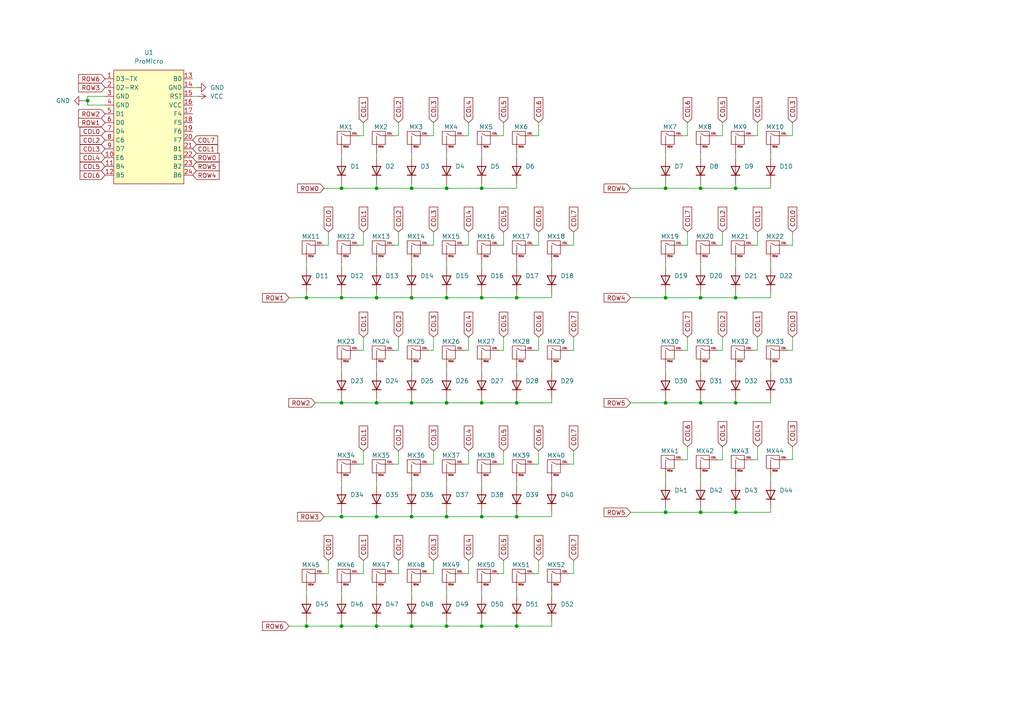
<source format=kicad_sch>
(kicad_sch (version 20230121) (generator eeschema)
  (paper "A4")
  (title_block (date "2023-11-04"))
  (junction (at 109.22 116.84))
  (junction (at 109.22 86.36))
  (junction (at 99.06 116.84))
  (junction (at 119.38 54.61))
  (junction (at 119.38 86.36))
  (junction (at 99.06 54.61))
  (junction (at 88.9 86.36))
  (junction (at 203.2 86.36))
  (junction (at 109.22 149.86))
  (junction (at 149.86 181.61))
  (junction (at 99.06 181.61))
  (junction (at 203.2 54.61))
  (junction (at 193.04 148.59))
  (junction (at 99.06 149.86))
  (junction (at 193.04 116.84))
  (junction (at 213.36 116.84))
  (junction (at 139.7 86.36))
  (junction (at 149.86 116.84))
  (junction (at 99.06 86.36))
  (junction (at 149.86 149.86))
  (junction (at 139.7 149.86))
  (junction (at 129.54 116.84))
  (junction (at 129.54 149.86))
  (junction (at 139.7 54.61))
  (junction (at 139.7 181.61))
  (junction (at 129.54 181.61))
  (junction (at 213.36 148.59))
  (junction (at 213.36 54.61))
  (junction (at 129.54 86.36))
  (junction (at 149.86 86.36))
  (junction (at 109.22 181.61))
  (junction (at 203.2 116.84))
  (junction (at 88.9 181.61))
  (junction (at 139.7 116.84))
  (junction (at 119.38 181.61))
  (junction (at 203.2 148.59))
  (junction (at 25.4 29.21))
  (junction (at 119.38 149.86))
  (junction (at 109.22 54.61))
  (junction (at 193.04 54.61))
  (junction (at 193.04 86.36))
  (junction (at 213.36 86.36))
  (junction (at 129.54 54.61))
  (junction (at 119.38 116.84))
  (wire (pts (xy 125.73 134.62) (xy 125.73 130.81)))
  (wire (pts (xy 182.88 148.59) (xy 193.04 148.59)))
  (wire (pts (xy 213.36 116.84) (xy 223.52 116.84)))
  (wire (pts (xy 109.22 149.86) (xy 119.38 149.86)))
  (wire (pts (xy 213.36 54.61) (xy 223.52 54.61)))
  (wire (pts (xy 119.38 140.97) (xy 119.38 139.7)))
  (wire (pts (xy 91.44 116.84) (xy 99.06 116.84)))
  (wire (pts (xy 223.52 147.32) (xy 223.52 148.59)))
  (wire (pts (xy 109.22 54.61) (xy 119.38 54.61)))
  (wire (pts (xy 119.38 181.61) (xy 129.54 181.61)))
  (wire (pts (xy 115.57 101.6) (xy 115.57 97.79)))
  (wire (pts (xy 129.54 116.84) (xy 139.7 116.84)))
  (wire (pts (xy 134.62 166.37) (xy 135.89 166.37)))
  (wire (pts (xy 146.05 101.6) (xy 146.05 97.79)))
  (wire (pts (xy 129.54 148.59) (xy 129.54 149.86)))
  (wire (pts (xy 203.2 45.72) (xy 203.2 44.45)))
  (wire (pts (xy 135.89 101.6) (xy 135.89 97.79)))
  (wire (pts (xy 109.22 115.57) (xy 109.22 116.84)))
  (wire (pts (xy 149.86 116.84) (xy 160.02 116.84)))
  (wire (pts (xy 105.41 166.37) (xy 105.41 162.56)))
  (wire (pts (xy 119.38 45.72) (xy 119.38 44.45)))
  (wire (pts (xy 219.71 133.35) (xy 219.71 129.54)))
  (wire (pts (xy 57.15 25.4) (xy 55.88 25.4)))
  (wire (pts (xy 160.02 140.97) (xy 160.02 139.7)))
  (wire (pts (xy 165.1 134.62) (xy 166.37 134.62)))
  (wire (pts (xy 88.9 180.34) (xy 88.9 181.61)))
  (wire (pts (xy 160.02 85.09) (xy 160.02 86.36)))
  (wire (pts (xy 193.04 54.61) (xy 203.2 54.61)))
  (wire (pts (xy 203.2 139.7) (xy 203.2 138.43)))
  (wire (pts (xy 125.73 39.37) (xy 125.73 35.56)))
  (wire (pts (xy 218.44 101.6) (xy 219.71 101.6)))
  (wire (pts (xy 30.48 27.94) (xy 25.4 27.94)))
  (wire (pts (xy 124.46 101.6) (xy 125.73 101.6)))
  (wire (pts (xy 166.37 71.12) (xy 166.37 67.31)))
  (wire (pts (xy 193.04 86.36) (xy 203.2 86.36)))
  (wire (pts (xy 99.06 54.61) (xy 109.22 54.61)))
  (wire (pts (xy 198.12 101.6) (xy 199.39 101.6)))
  (wire (pts (xy 139.7 148.59) (xy 139.7 149.86)))
  (wire (pts (xy 119.38 77.47) (xy 119.38 76.2)))
  (wire (pts (xy 193.04 45.72) (xy 193.04 44.45)))
  (wire (pts (xy 166.37 101.6) (xy 166.37 97.79)))
  (wire (pts (xy 209.55 101.6) (xy 209.55 97.79)))
  (wire (pts (xy 88.9 181.61) (xy 99.06 181.61)))
  (wire (pts (xy 105.41 39.37) (xy 105.41 35.56)))
  (wire (pts (xy 104.14 134.62) (xy 105.41 134.62)))
  (wire (pts (xy 99.06 45.72) (xy 99.06 44.45)))
  (wire (pts (xy 154.94 101.6) (xy 156.21 101.6)))
  (wire (pts (xy 139.7 115.57) (xy 139.7 116.84)))
  (wire (pts (xy 154.94 166.37) (xy 156.21 166.37)))
  (wire (pts (xy 160.02 77.47) (xy 160.02 76.2)))
  (wire (pts (xy 119.38 115.57) (xy 119.38 116.84)))
  (wire (pts (xy 223.52 45.72) (xy 223.52 44.45)))
  (wire (pts (xy 104.14 39.37) (xy 105.41 39.37)))
  (wire (pts (xy 219.71 101.6) (xy 219.71 97.79)))
  (wire (pts (xy 149.86 140.97) (xy 149.86 139.7)))
  (wire (pts (xy 105.41 134.62) (xy 105.41 130.81)))
  (wire (pts (xy 99.06 149.86) (xy 109.22 149.86)))
  (wire (pts (xy 218.44 133.35) (xy 219.71 133.35)))
  (wire (pts (xy 149.86 45.72) (xy 149.86 44.45)))
  (wire (pts (xy 99.06 107.95) (xy 99.06 106.68)))
  (wire (pts (xy 203.2 115.57) (xy 203.2 116.84)))
  (wire (pts (xy 139.7 107.95) (xy 139.7 106.68)))
  (wire (pts (xy 25.4 27.94) (xy 25.4 29.21)))
  (wire (pts (xy 109.22 180.34) (xy 109.22 181.61)))
  (wire (pts (xy 213.36 147.32) (xy 213.36 148.59)))
  (wire (pts (xy 198.12 39.37) (xy 199.39 39.37)))
  (wire (pts (xy 149.86 86.36) (xy 160.02 86.36)))
  (wire (pts (xy 156.21 134.62) (xy 156.21 130.81)))
  (wire (pts (xy 166.37 166.37) (xy 166.37 162.56)))
  (wire (pts (xy 25.4 30.48) (xy 30.48 30.48)))
  (wire (pts (xy 129.54 115.57) (xy 129.54 116.84)))
  (wire (pts (xy 129.54 181.61) (xy 139.7 181.61)))
  (wire (pts (xy 182.88 116.84) (xy 193.04 116.84)))
  (wire (pts (xy 209.55 39.37) (xy 209.55 35.56)))
  (wire (pts (xy 105.41 101.6) (xy 105.41 97.79)))
  (wire (pts (xy 99.06 53.34) (xy 99.06 54.61)))
  (wire (pts (xy 139.7 85.09) (xy 139.7 86.36)))
  (wire (pts (xy 193.04 147.32) (xy 193.04 148.59)))
  (wire (pts (xy 149.86 149.86) (xy 160.02 149.86)))
  (wire (pts (xy 165.1 71.12) (xy 166.37 71.12)))
  (wire (pts (xy 93.98 149.86) (xy 99.06 149.86)))
  (wire (pts (xy 129.54 77.47) (xy 129.54 76.2)))
  (wire (pts (xy 149.86 180.34) (xy 149.86 181.61)))
  (wire (pts (xy 149.86 85.09) (xy 149.86 86.36)))
  (wire (pts (xy 208.28 133.35) (xy 209.55 133.35)))
  (wire (pts (xy 88.9 86.36) (xy 99.06 86.36)))
  (wire (pts (xy 144.78 71.12) (xy 146.05 71.12)))
  (wire (pts (xy 223.52 53.34) (xy 223.52 54.61)))
  (wire (pts (xy 124.46 166.37) (xy 125.73 166.37)))
  (wire (pts (xy 99.06 180.34) (xy 99.06 181.61)))
  (wire (pts (xy 219.71 39.37) (xy 219.71 35.56)))
  (wire (pts (xy 88.9 172.72) (xy 88.9 171.45)))
  (wire (pts (xy 228.6 133.35) (xy 229.87 133.35)))
  (wire (pts (xy 99.06 116.84) (xy 109.22 116.84)))
  (wire (pts (xy 156.21 101.6) (xy 156.21 97.79)))
  (wire (pts (xy 203.2 77.47) (xy 203.2 76.2)))
  (wire (pts (xy 135.89 134.62) (xy 135.89 130.81)))
  (wire (pts (xy 144.78 134.62) (xy 146.05 134.62)))
  (wire (pts (xy 149.86 53.34) (xy 149.86 54.61)))
  (wire (pts (xy 114.3 134.62) (xy 115.57 134.62)))
  (wire (pts (xy 99.06 181.61) (xy 109.22 181.61)))
  (wire (pts (xy 109.22 140.97) (xy 109.22 139.7)))
  (wire (pts (xy 160.02 115.57) (xy 160.02 116.84)))
  (wire (pts (xy 134.62 101.6) (xy 135.89 101.6)))
  (wire (pts (xy 209.55 133.35) (xy 209.55 129.54)))
  (wire (pts (xy 135.89 39.37) (xy 135.89 35.56)))
  (wire (pts (xy 115.57 39.37) (xy 115.57 35.56)))
  (wire (pts (xy 149.86 181.61) (xy 160.02 181.61)))
  (wire (pts (xy 156.21 71.12) (xy 156.21 67.31)))
  (wire (pts (xy 213.36 45.72) (xy 213.36 44.45)))
  (wire (pts (xy 203.2 54.61) (xy 213.36 54.61)))
  (wire (pts (xy 203.2 107.95) (xy 203.2 106.68)))
  (wire (pts (xy 223.52 77.47) (xy 223.52 76.2)))
  (wire (pts (xy 146.05 39.37) (xy 146.05 35.56)))
  (wire (pts (xy 156.21 39.37) (xy 156.21 35.56)))
  (wire (pts (xy 160.02 172.72) (xy 160.02 171.45)))
  (wire (pts (xy 218.44 39.37) (xy 219.71 39.37)))
  (wire (pts (xy 209.55 71.12) (xy 209.55 67.31)))
  (wire (pts (xy 135.89 166.37) (xy 135.89 162.56)))
  (wire (pts (xy 193.04 107.95) (xy 193.04 106.68)))
  (wire (pts (xy 229.87 71.12) (xy 229.87 67.31)))
  (wire (pts (xy 146.05 134.62) (xy 146.05 130.81)))
  (wire (pts (xy 229.87 39.37) (xy 229.87 35.56)))
  (wire (pts (xy 109.22 77.47) (xy 109.22 76.2)))
  (wire (pts (xy 109.22 107.95) (xy 109.22 106.68)))
  (wire (pts (xy 139.7 77.47) (xy 139.7 76.2)))
  (wire (pts (xy 199.39 39.37) (xy 199.39 35.56)))
  (wire (pts (xy 154.94 71.12) (xy 156.21 71.12)))
  (wire (pts (xy 208.28 101.6) (xy 209.55 101.6)))
  (wire (pts (xy 199.39 133.35) (xy 199.39 129.54)))
  (wire (pts (xy 203.2 53.34) (xy 203.2 54.61)))
  (wire (pts (xy 213.36 53.34) (xy 213.36 54.61)))
  (wire (pts (xy 99.06 115.57) (xy 99.06 116.84)))
  (wire (pts (xy 119.38 86.36) (xy 129.54 86.36)))
  (wire (pts (xy 139.7 149.86) (xy 149.86 149.86)))
  (wire (pts (xy 109.22 148.59) (xy 109.22 149.86)))
  (wire (pts (xy 203.2 86.36) (xy 213.36 86.36)))
  (wire (pts (xy 160.02 107.95) (xy 160.02 106.68)))
  (wire (pts (xy 213.36 115.57) (xy 213.36 116.84)))
  (wire (pts (xy 55.88 27.94) (xy 57.15 27.94)))
  (wire (pts (xy 93.98 166.37) (xy 95.25 166.37)))
  (wire (pts (xy 208.28 71.12) (xy 209.55 71.12)))
  (wire (pts (xy 160.02 180.34) (xy 160.02 181.61)))
  (wire (pts (xy 193.04 116.84) (xy 203.2 116.84)))
  (wire (pts (xy 203.2 147.32) (xy 203.2 148.59)))
  (wire (pts (xy 99.06 85.09) (xy 99.06 86.36)))
  (wire (pts (xy 139.7 140.97) (xy 139.7 139.7)))
  (wire (pts (xy 203.2 85.09) (xy 203.2 86.36)))
  (wire (pts (xy 203.2 116.84) (xy 213.36 116.84)))
  (wire (pts (xy 124.46 39.37) (xy 125.73 39.37)))
  (wire (pts (xy 139.7 45.72) (xy 139.7 44.45)))
  (wire (pts (xy 219.71 71.12) (xy 219.71 67.31)))
  (wire (pts (xy 144.78 101.6) (xy 146.05 101.6)))
  (wire (pts (xy 139.7 116.84) (xy 149.86 116.84)))
  (wire (pts (xy 165.1 166.37) (xy 166.37 166.37)))
  (wire (pts (xy 134.62 39.37) (xy 135.89 39.37)))
  (wire (pts (xy 114.3 71.12) (xy 115.57 71.12)))
  (wire (pts (xy 129.54 85.09) (xy 129.54 86.36)))
  (wire (pts (xy 129.54 140.97) (xy 129.54 139.7)))
  (wire (pts (xy 213.36 86.36) (xy 223.52 86.36)))
  (wire (pts (xy 213.36 107.95) (xy 213.36 106.68)))
  (wire (pts (xy 139.7 181.61) (xy 149.86 181.61)))
  (wire (pts (xy 119.38 54.61) (xy 129.54 54.61)))
  (wire (pts (xy 193.04 148.59) (xy 203.2 148.59)))
  (wire (pts (xy 228.6 39.37) (xy 229.87 39.37)))
  (wire (pts (xy 109.22 85.09) (xy 109.22 86.36)))
  (wire (pts (xy 93.98 71.12) (xy 95.25 71.12)))
  (wire (pts (xy 109.22 116.84) (xy 119.38 116.84)))
  (wire (pts (xy 146.05 71.12) (xy 146.05 67.31)))
  (wire (pts (xy 125.73 71.12) (xy 125.73 67.31)))
  (wire (pts (xy 124.46 134.62) (xy 125.73 134.62)))
  (wire (pts (xy 115.57 134.62) (xy 115.57 130.81)))
  (wire (pts (xy 129.54 54.61) (xy 139.7 54.61)))
  (wire (pts (xy 193.04 77.47) (xy 193.04 76.2)))
  (wire (pts (xy 25.4 29.21) (xy 24.13 29.21)))
  (wire (pts (xy 88.9 77.47) (xy 88.9 76.2)))
  (wire (pts (xy 160.02 148.59) (xy 160.02 149.86)))
  (wire (pts (xy 193.04 85.09) (xy 193.04 86.36)))
  (wire (pts (xy 104.14 166.37) (xy 105.41 166.37)))
  (wire (pts (xy 129.54 53.34) (xy 129.54 54.61)))
  (wire (pts (xy 149.86 77.47) (xy 149.86 76.2)))
  (wire (pts (xy 119.38 172.72) (xy 119.38 171.45)))
  (wire (pts (xy 115.57 166.37) (xy 115.57 162.56)))
  (wire (pts (xy 193.04 115.57) (xy 193.04 116.84)))
  (wire (pts (xy 129.54 45.72) (xy 129.54 44.45)))
  (wire (pts (xy 109.22 181.61) (xy 119.38 181.61)))
  (wire (pts (xy 193.04 139.7) (xy 193.04 138.43)))
  (wire (pts (xy 182.88 54.61) (xy 193.04 54.61)))
  (wire (pts (xy 125.73 166.37) (xy 125.73 162.56)))
  (wire (pts (xy 134.62 134.62) (xy 135.89 134.62)))
  (wire (pts (xy 129.54 180.34) (xy 129.54 181.61)))
  (wire (pts (xy 144.78 166.37) (xy 146.05 166.37)))
  (wire (pts (xy 198.12 71.12) (xy 199.39 71.12)))
  (wire (pts (xy 139.7 172.72) (xy 139.7 171.45)))
  (wire (pts (xy 229.87 101.6) (xy 229.87 97.79)))
  (wire (pts (xy 114.3 39.37) (xy 115.57 39.37)))
  (wire (pts (xy 104.14 71.12) (xy 105.41 71.12)))
  (wire (pts (xy 129.54 172.72) (xy 129.54 171.45)))
  (wire (pts (xy 119.38 85.09) (xy 119.38 86.36)))
  (wire (pts (xy 223.52 139.7) (xy 223.52 138.43)))
  (wire (pts (xy 119.38 116.84) (xy 129.54 116.84)))
  (wire (pts (xy 129.54 86.36) (xy 139.7 86.36)))
  (wire (pts (xy 203.2 148.59) (xy 213.36 148.59)))
  (wire (pts (xy 109.22 45.72) (xy 109.22 44.45)))
  (wire (pts (xy 134.62 71.12) (xy 135.89 71.12)))
  (wire (pts (xy 146.05 166.37) (xy 146.05 162.56)))
  (wire (pts (xy 149.86 172.72) (xy 149.86 171.45)))
  (wire (pts (xy 114.3 166.37) (xy 115.57 166.37)))
  (wire (pts (xy 95.25 166.37) (xy 95.25 162.56)))
  (wire (pts (xy 156.21 166.37) (xy 156.21 162.56)))
  (wire (pts (xy 124.46 71.12) (xy 125.73 71.12)))
  (wire (pts (xy 228.6 71.12) (xy 229.87 71.12)))
  (wire (pts (xy 213.36 85.09) (xy 213.36 86.36)))
  (wire (pts (xy 149.86 148.59) (xy 149.86 149.86)))
  (wire (pts (xy 213.36 139.7) (xy 213.36 138.43)))
  (wire (pts (xy 104.14 101.6) (xy 105.41 101.6)))
  (wire (pts (xy 165.1 101.6) (xy 166.37 101.6)))
  (wire (pts (xy 105.41 71.12) (xy 105.41 67.31)))
  (wire (pts (xy 199.39 101.6) (xy 199.39 97.79)))
  (wire (pts (xy 193.04 53.34) (xy 193.04 54.61)))
  (wire (pts (xy 139.7 86.36) (xy 149.86 86.36)))
  (wire (pts (xy 83.82 181.61) (xy 88.9 181.61)))
  (wire (pts (xy 99.06 148.59) (xy 99.06 149.86)))
  (wire (pts (xy 135.89 71.12) (xy 135.89 67.31)))
  (wire (pts (xy 229.87 133.35) (xy 229.87 129.54)))
  (wire (pts (xy 99.06 77.47) (xy 99.06 76.2)))
  (wire (pts (xy 182.88 86.36) (xy 193.04 86.36)))
  (wire (pts (xy 144.78 39.37) (xy 146.05 39.37)))
  (wire (pts (xy 115.57 71.12) (xy 115.57 67.31)))
  (wire (pts (xy 109.22 53.34) (xy 109.22 54.61)))
  (wire (pts (xy 198.12 133.35) (xy 199.39 133.35)))
  (wire (pts (xy 25.4 29.21) (xy 25.4 30.48)))
  (wire (pts (xy 129.54 107.95) (xy 129.54 106.68)))
  (wire (pts (xy 119.38 149.86) (xy 129.54 149.86)))
  (wire (pts (xy 99.06 140.97) (xy 99.06 139.7)))
  (wire (pts (xy 223.52 107.95) (xy 223.52 106.68)))
  (wire (pts (xy 83.82 86.36) (xy 88.9 86.36)))
  (wire (pts (xy 213.36 77.47) (xy 213.36 76.2)))
  (wire (pts (xy 149.86 107.95) (xy 149.86 106.68)))
  (wire (pts (xy 166.37 134.62) (xy 166.37 130.81)))
  (wire (pts (xy 228.6 101.6) (xy 229.87 101.6)))
  (wire (pts (xy 119.38 53.34) (xy 119.38 54.61)))
  (wire (pts (xy 109.22 172.72) (xy 109.22 171.45)))
  (wire (pts (xy 114.3 101.6) (xy 115.57 101.6)))
  (wire (pts (xy 119.38 180.34) (xy 119.38 181.61)))
  (wire (pts (xy 218.44 71.12) (xy 219.71 71.12)))
  (wire (pts (xy 223.52 115.57) (xy 223.52 116.84)))
  (wire (pts (xy 139.7 53.34) (xy 139.7 54.61)))
  (wire (pts (xy 154.94 39.37) (xy 156.21 39.37)))
  (wire (pts (xy 125.73 101.6) (xy 125.73 97.79)))
  (wire (pts (xy 119.38 148.59) (xy 119.38 149.86)))
  (wire (pts (xy 208.28 39.37) (xy 209.55 39.37)))
  (wire (pts (xy 99.06 86.36) (xy 109.22 86.36)))
  (wire (pts (xy 119.38 107.95) (xy 119.38 106.68)))
  (wire (pts (xy 154.94 134.62) (xy 156.21 134.62)))
  (wire (pts (xy 99.06 172.72) (xy 99.06 171.45)))
  (wire (pts (xy 139.7 180.34) (xy 139.7 181.61)))
  (wire (pts (xy 199.39 71.12) (xy 199.39 67.31)))
  (wire (pts (xy 139.7 54.61) (xy 149.86 54.61)))
  (wire (pts (xy 88.9 85.09) (xy 88.9 86.36)))
  (wire (pts (xy 223.52 85.09) (xy 223.52 86.36)))
  (wire (pts (xy 93.98 54.61) (xy 99.06 54.61)))
  (wire (pts (xy 95.25 71.12) (xy 95.25 67.31)))
  (wire (pts (xy 109.22 86.36) (xy 119.38 86.36)))
  (wire (pts (xy 213.36 148.59) (xy 223.52 148.59)))
  (wire (pts (xy 149.86 115.57) (xy 149.86 116.84)))
  (wire (pts (xy 129.54 149.86) (xy 139.7 149.86)))
  (global_label "COL5" (shape input) (at 146.05 67.31 90) (property "Intersheetrefs" "${INTERSHEET_REFS}" (effects hide)))
  (global_label "COL7" (shape input) (at 199.39 67.31 90) (property "Intersheetrefs" "${INTERSHEET_REFS}" (effects hide)))
  (global_label "COL3" (shape input) (at 125.73 35.56 90) (property "Intersheetrefs" "${INTERSHEET_REFS}" (effects hide)))
  (global_label "COL5" (shape input) (at 30.48 48.26 180) (property "Intersheetrefs" "${INTERSHEET_REFS}" (effects hide)))
  (global_label "COL1" (shape input) (at 105.41 130.81 90) (property "Intersheetrefs" "${INTERSHEET_REFS}" (effects hide)))
  (global_label "COL4" (shape input) (at 135.89 97.79 90) (property "Intersheetrefs" "${INTERSHEET_REFS}" (effects hide)))
  (global_label "COL2" (shape input) (at 115.57 35.56 90) (property "Intersheetrefs" "${INTERSHEET_REFS}" (effects hide)))
  (global_label "COL5" (shape input) (at 146.05 97.79 90) (property "Intersheetrefs" "${INTERSHEET_REFS}" (effects hide)))
  (global_label "ROW5" (shape input) (at 182.88 116.84 180) (property "Intersheetrefs" "${INTERSHEET_REFS}" (effects hide)))
  (global_label "COL6" (shape input) (at 156.21 162.56 90) (property "Intersheetrefs" "${INTERSHEET_REFS}" (effects hide)))
  (global_label "ROW5" (shape input) (at 182.88 148.59 180) (property "Intersheetrefs" "${INTERSHEET_REFS}" (effects hide)))
  (global_label "COL6" (shape input) (at 156.21 35.56 90) (property "Intersheetrefs" "${INTERSHEET_REFS}" (effects hide)))
  (global_label "ROW0" (shape input) (at 93.98 54.61 180) (property "Intersheetrefs" "${INTERSHEET_REFS}" (effects hide)))
  (global_label "COL4" (shape input) (at 135.89 162.56 90) (property "Intersheetrefs" "${INTERSHEET_REFS}" (effects hide)))
  (global_label "COL6" (shape input) (at 30.48 50.8 180) (property "Intersheetrefs" "${INTERSHEET_REFS}" (effects hide)))
  (global_label "COL0" (shape input) (at 95.25 162.56 90) (property "Intersheetrefs" "${INTERSHEET_REFS}" (effects hide)))
  (global_label "ROW1" (shape input) (at 30.48 35.56 180) (property "Intersheetrefs" "${INTERSHEET_REFS}" (effects hide)))
  (global_label "COL4" (shape input) (at 135.89 130.81 90) (property "Intersheetrefs" "${INTERSHEET_REFS}" (effects hide)))
  (global_label "COL3" (shape input) (at 229.87 35.56 90) (property "Intersheetrefs" "${INTERSHEET_REFS}" (effects hide)))
  (global_label "ROW4" (shape input) (at 182.88 86.36 180) (property "Intersheetrefs" "${INTERSHEET_REFS}" (effects hide)))
  (global_label "COL1" (shape input) (at 105.41 67.31 90) (property "Intersheetrefs" "${INTERSHEET_REFS}" (effects hide)))
  (global_label "COL4" (shape input) (at 219.71 35.56 90) (property "Intersheetrefs" "${INTERSHEET_REFS}" (effects hide)))
  (global_label "COL1" (shape input) (at 219.71 97.79 90) (property "Intersheetrefs" "${INTERSHEET_REFS}" (effects hide)))
  (global_label "COL2" (shape input) (at 115.57 97.79 90) (property "Intersheetrefs" "${INTERSHEET_REFS}" (effects hide)))
  (global_label "COL5" (shape input) (at 146.05 130.81 90) (property "Intersheetrefs" "${INTERSHEET_REFS}" (effects hide)))
  (global_label "COL3" (shape input) (at 125.73 162.56 90) (property "Intersheetrefs" "${INTERSHEET_REFS}" (effects hide)))
  (global_label "COL1" (shape input) (at 105.41 35.56 90) (property "Intersheetrefs" "${INTERSHEET_REFS}" (effects hide)))
  (global_label "ROW3" (shape input) (at 30.48 25.4 180) (property "Intersheetrefs" "${INTERSHEET_REFS}" (effects hide)))
  (global_label "ROW3" (shape input) (at 93.98 149.86 180) (property "Intersheetrefs" "${INTERSHEET_REFS}" (effects hide)))
  (global_label "COL6" (shape input) (at 156.21 130.81 90) (property "Intersheetrefs" "${INTERSHEET_REFS}" (effects hide)))
  (global_label "COL7" (shape input) (at 166.37 97.79 90) (property "Intersheetrefs" "${INTERSHEET_REFS}" (effects hide)))
  (global_label "COL1" (shape input) (at 219.71 67.31 90) (property "Intersheetrefs" "${INTERSHEET_REFS}" (effects hide)))
  (global_label "COL6" (shape input) (at 199.39 35.56 90) (property "Intersheetrefs" "${INTERSHEET_REFS}" (effects hide)))
  (global_label "COL2" (shape input) (at 209.55 67.31 90) (property "Intersheetrefs" "${INTERSHEET_REFS}" (effects hide)))
  (global_label "COL3" (shape input) (at 125.73 97.79 90) (property "Intersheetrefs" "${INTERSHEET_REFS}" (effects hide)))
  (global_label "ROW5" (shape input) (at 55.88 48.26 0) (property "Intersheetrefs" "${INTERSHEET_REFS}" (effects hide)))
  (global_label "COL2" (shape input) (at 115.57 162.56 90) (property "Intersheetrefs" "${INTERSHEET_REFS}" (effects hide)))
  (global_label "ROW6" (shape input) (at 30.48 22.86 180) (property "Intersheetrefs" "${INTERSHEET_REFS}" (effects hide)))
  (global_label "COL0" (shape input) (at 95.25 67.31 90) (property "Intersheetrefs" "${INTERSHEET_REFS}" (effects hide)))
  (global_label "COL2" (shape input) (at 115.57 67.31 90) (property "Intersheetrefs" "${INTERSHEET_REFS}" (effects hide)))
  (global_label "COL5" (shape input) (at 146.05 162.56 90) (property "Intersheetrefs" "${INTERSHEET_REFS}" (effects hide)))
  (global_label "COL6" (shape input) (at 156.21 67.31 90) (property "Intersheetrefs" "${INTERSHEET_REFS}" (effects hide)))
  (global_label "COL0" (shape input) (at 229.87 67.31 90) (property "Intersheetrefs" "${INTERSHEET_REFS}" (effects hide)))
  (global_label "ROW1" (shape input) (at 83.82 86.36 180) (property "Intersheetrefs" "${INTERSHEET_REFS}" (effects hide)))
  (global_label "COL2" (shape input) (at 115.57 130.81 90) (property "Intersheetrefs" "${INTERSHEET_REFS}" (effects hide)))
  (global_label "COL7" (shape input) (at 55.88 40.64 0) (property "Intersheetrefs" "${INTERSHEET_REFS}" (effects hide)))
  (global_label "COL5" (shape input) (at 209.55 129.54 90) (property "Intersheetrefs" "${INTERSHEET_REFS}" (effects hide)))
  (global_label "COL7" (shape input) (at 166.37 130.81 90) (property "Intersheetrefs" "${INTERSHEET_REFS}" (effects hide)))
  (global_label "COL7" (shape input) (at 166.37 162.56 90) (property "Intersheetrefs" "${INTERSHEET_REFS}" (effects hide)))
  (global_label "COL3" (shape input) (at 229.87 129.54 90) (property "Intersheetrefs" "${INTERSHEET_REFS}" (effects hide)))
  (global_label "COL1" (shape input) (at 55.88 43.18 0) (property "Intersheetrefs" "${INTERSHEET_REFS}" (effects hide)))
  (global_label "ROW2" (shape input) (at 30.48 33.02 180) (property "Intersheetrefs" "${INTERSHEET_REFS}" (effects hide)))
  (global_label "COL1" (shape input) (at 105.41 162.56 90) (property "Intersheetrefs" "${INTERSHEET_REFS}" (effects hide)))
  (global_label "COL3" (shape input) (at 30.48 43.18 180) (property "Intersheetrefs" "${INTERSHEET_REFS}" (effects hide)))
  (global_label "COL0" (shape input) (at 30.48 38.1 180) (property "Intersheetrefs" "${INTERSHEET_REFS}" (effects hide)))
  (global_label "COL7" (shape input) (at 166.37 67.31 90) (property "Intersheetrefs" "${INTERSHEET_REFS}" (effects hide)))
  (global_label "COL1" (shape input) (at 105.41 97.79 90) (property "Intersheetrefs" "${INTERSHEET_REFS}" (effects hide)))
  (global_label "ROW2" (shape input) (at 91.44 116.84 180) (property "Intersheetrefs" "${INTERSHEET_REFS}" (effects hide)))
  (global_label "ROW6" (shape input) (at 83.82 181.61 180) (property "Intersheetrefs" "${INTERSHEET_REFS}" (effects hide)))
  (global_label "COL7" (shape input) (at 199.39 97.79 90) (property "Intersheetrefs" "${INTERSHEET_REFS}" (effects hide)))
  (global_label "COL4" (shape input) (at 219.71 129.54 90) (property "Intersheetrefs" "${INTERSHEET_REFS}" (effects hide)))
  (global_label "COL3" (shape input) (at 125.73 130.81 90) (property "Intersheetrefs" "${INTERSHEET_REFS}" (effects hide)))
  (global_label "ROW0" (shape input) (at 55.88 45.72 0) (property "Intersheetrefs" "${INTERSHEET_REFS}" (effects hide)))
  (global_label "COL0" (shape input) (at 229.87 97.79 90) (property "Intersheetrefs" "${INTERSHEET_REFS}" (effects hide)))
  (global_label "ROW4" (shape input) (at 182.88 54.61 180) (property "Intersheetrefs" "${INTERSHEET_REFS}" (effects hide)))
  (global_label "COL6" (shape input) (at 199.39 129.54 90) (property "Intersheetrefs" "${INTERSHEET_REFS}" (effects hide)))
  (global_label "COL6" (shape input) (at 156.21 97.79 90) (property "Intersheetrefs" "${INTERSHEET_REFS}" (effects hide)))
  (global_label "ROW4" (shape input) (at 55.88 50.8 0) (property "Intersheetrefs" "${INTERSHEET_REFS}" (effects hide)))
  (global_label "COL3" (shape input) (at 125.73 67.31 90) (property "Intersheetrefs" "${INTERSHEET_REFS}" (effects hide)))
  (global_label "COL5" (shape input) (at 146.05 35.56 90) (property "Intersheetrefs" "${INTERSHEET_REFS}" (effects hide)))
  (global_label "COL2" (shape input) (at 209.55 97.79 90) (property "Intersheetrefs" "${INTERSHEET_REFS}" (effects hide)))
  (global_label "COL2" (shape input) (at 30.48 40.64 180) (property "Intersheetrefs" "${INTERSHEET_REFS}" (effects hide)))
  (global_label "COL5" (shape input) (at 209.55 35.56 90) (property "Intersheetrefs" "${INTERSHEET_REFS}" (effects hide)))
  (global_label "COL4" (shape input) (at 30.48 45.72 180) (property "Intersheetrefs" "${INTERSHEET_REFS}" (effects hide)))
  (global_label "COL4" (shape input) (at 135.89 67.31 90) (property "Intersheetrefs" "${INTERSHEET_REFS}" (effects hide)))
  (global_label "COL4" (shape input) (at 135.89 35.56 90) (property "Intersheetrefs" "${INTERSHEET_REFS}" (effects hide)))
  (symbol (lib_id "PCM_0xcb:MX") (at 224.79 133.35 0) (unit 1)
    (property "Reference" "MX44" (at 224.79 130.81 0))
    (property "Value" "MX" (effects hide))
    (property "Footprint" "MX_Solderable:MX-Solderable-1.25U" (effects hide))
  )
  (symbol (lib_id "PCM_0xcb:MX") (at 130.81 166.37 0) (unit 1)
    (property "Reference" "MX49" (at 130.81 163.83 0))
    (property "Value" "MX" (effects hide))
    (property "Footprint" "MX_Solderable:MX-Solderable-2.25U-ReversedStabilizers" (effects hide))
  )
  (symbol (lib_id "PCM_0xcb:MX") (at 151.13 101.6 0) (unit 1)
    (property "Reference" "MX28" (at 151.13 99.06 0))
    (property "Value" "MX" (effects hide))
    (property "Footprint" "MX_Solderable:MX-Solderable-1U" (effects hide))
  )
  (symbol (lib_id "PCM_0xcb:MX") (at 151.13 134.62 0) (unit 1)
    (property "Reference" "MX39" (at 151.13 132.08 0))
    (property "Value" "MX" (effects hide))
    (property "Footprint" "MX_Solderable:MX-Solderable-1U" (effects hide))
  )
  (symbol (lib_id "PCM_0xcb:MX") (at 214.63 101.6 0) (unit 1)
    (property "Reference" "MX32" (at 214.63 99.06 0))
    (property "Value" "MX" (effects hide))
    (property "Footprint" "MX_Solderable:MX-Solderable-1U" (effects hide))
  )
  (symbol (lib_id "Diode:1N4148") (at 129.54 144.78 90) (unit 1)
    (property "Reference" "D37" (at 132.08 143.51 90) (effects (justify right)))
    (property "Value" "1N4148" (effects hide))
    (property "Footprint" "Diode_THT:D_DO-35_SOD27_P7.62mm_Horizontal" (effects hide))
    (property "Datasheet" "https://assets.nexperia.com/documents/data-sheet/1N4148_1N4448.pdf" (effects hide))
    (property "Sim.Device" "D" (effects hide))
    (property "Sim.Pins" "1=K 2=A" (effects hide))
  )
  (symbol (lib_id "Diode:1N4148") (at 139.7 176.53 90) (unit 1)
    (property "Reference" "D50" (at 142.24 175.26 90) (effects (justify right)))
    (property "Value" "1N4148" (effects hide))
    (property "Footprint" "Diode_THT:D_DO-35_SOD27_P7.62mm_Horizontal" (effects hide))
    (property "Datasheet" "https://assets.nexperia.com/documents/data-sheet/1N4148_1N4448.pdf" (effects hide))
    (property "Sim.Device" "D" (effects hide))
    (property "Sim.Pins" "1=K 2=A" (effects hide))
  )
  (symbol (lib_id "Diode:1N4148") (at 203.2 81.28 90) (unit 1)
    (property "Reference" "D20" (at 205.74 80.01 90) (effects (justify right)))
    (property "Value" "1N4148" (effects hide))
    (property "Footprint" "Diode_THT:D_DO-35_SOD27_P7.62mm_Horizontal" (effects hide))
    (property "Datasheet" "https://assets.nexperia.com/documents/data-sheet/1N4148_1N4448.pdf" (effects hide))
    (property "Sim.Device" "D" (effects hide))
    (property "Sim.Pins" "1=K 2=A" (effects hide))
  )
  (symbol (lib_id "PCM_0xcb:MX") (at 130.81 71.12 0) (unit 1)
    (property "Reference" "MX15" (at 130.81 68.58 0))
    (property "Value" "MX" (effects hide))
    (property "Footprint" "MX_Solderable:MX-Solderable-1U" (effects hide))
  )
  (symbol (lib_id "Diode:1N4148") (at 213.36 111.76 90) (unit 1)
    (property "Reference" "D32" (at 215.9 110.49 90) (effects (justify right)))
    (property "Value" "1N4148" (effects hide))
    (property "Footprint" "Diode_THT:D_DO-35_SOD27_P7.62mm_Horizontal" (effects hide))
    (property "Datasheet" "https://assets.nexperia.com/documents/data-sheet/1N4148_1N4448.pdf" (effects hide))
    (property "Sim.Device" "D" (effects hide))
    (property "Sim.Pins" "1=K 2=A" (effects hide))
  )
  (symbol (lib_id "Diode:1N4148") (at 203.2 49.53 90) (unit 1)
    (property "Reference" "D8" (at 205.74 48.26 90) (effects (justify right)))
    (property "Value" "1N4148" (effects hide))
    (property "Footprint" "Diode_THT:D_DO-35_SOD27_P7.62mm_Horizontal" (effects hide))
    (property "Datasheet" "https://assets.nexperia.com/documents/data-sheet/1N4148_1N4448.pdf" (effects hide))
    (property "Sim.Device" "D" (effects hide))
    (property "Sim.Pins" "1=K 2=A" (effects hide))
  )
  (symbol (lib_id "PCM_0xcb:MX") (at 120.65 101.6 0) (unit 1)
    (property "Reference" "MX25" (at 120.65 99.06 0))
    (property "Value" "MX" (effects hide))
    (property "Footprint" "MX_Solderable:MX-Solderable-1U" (effects hide))
  )
  (symbol (lib_id "PCM_0xcb:MX") (at 194.31 133.35 0) (unit 1)
    (property "Reference" "MX41" (at 194.31 130.81 0))
    (property "Value" "MX" (effects hide))
    (property "Footprint" "MX_Solderable:MX-Solderable-1U" (effects hide))
  )
  (symbol (lib_id "PCM_0xcb:MX") (at 120.65 134.62 0) (unit 1)
    (property "Reference" "MX36" (at 120.65 132.08 0))
    (property "Value" "MX" (effects hide))
    (property "Footprint" "MX_Solderable:MX-Solderable-1U" (effects hide))
  )
  (symbol (lib_id "PCM_0xcb:MX") (at 204.47 101.6 0) (unit 1)
    (property "Reference" "MX31" (at 204.47 99.06 0))
    (property "Value" "MX" (effects hide))
    (property "Footprint" "MX_Solderable:MX-Solderable-1U" (effects hide))
  )
  (symbol (lib_id "Diode:1N4148") (at 129.54 49.53 90) (unit 1)
    (property "Reference" "D4" (at 132.08 48.26 90) (effects (justify right)))
    (property "Value" "1N4148" (effects hide))
    (property "Footprint" "Diode_THT:D_DO-35_SOD27_P7.62mm_Horizontal" (effects hide))
    (property "Datasheet" "https://assets.nexperia.com/documents/data-sheet/1N4148_1N4448.pdf" (effects hide))
    (property "Sim.Device" "D" (effects hide))
    (property "Sim.Pins" "1=K 2=A" (effects hide))
  )
  (symbol (lib_id "Diode:1N4148") (at 88.9 176.53 90) (unit 1)
    (property "Reference" "D45" (at 91.44 175.26 90) (effects (justify right)))
    (property "Value" "1N4148" (effects hide))
    (property "Footprint" "Diode_THT:D_DO-35_SOD27_P7.62mm_Horizontal" (effects hide))
    (property "Datasheet" "https://assets.nexperia.com/documents/data-sheet/1N4148_1N4448.pdf" (effects hide))
    (property "Sim.Device" "D" (effects hide))
    (property "Sim.Pins" "1=K 2=A" (effects hide))
  )
  (symbol (lib_id "PCM_0xcb:MX") (at 161.29 101.6 0) (unit 1)
    (property "Reference" "MX29" (at 161.29 99.06 0))
    (property "Value" "MX" (effects hide))
    (property "Footprint" "MX_Solderable:MX-Solderable-1U" (effects hide))
  )
  (symbol (lib_id "Diode:1N4148") (at 139.7 81.28 90) (unit 1)
    (property "Reference" "D16" (at 142.24 80.01 90) (effects (justify right)))
    (property "Value" "1N4148" (effects hide))
    (property "Footprint" "Diode_THT:D_DO-35_SOD27_P7.62mm_Horizontal" (effects hide))
    (property "Datasheet" "https://assets.nexperia.com/documents/data-sheet/1N4148_1N4448.pdf" (effects hide))
    (property "Sim.Device" "D" (effects hide))
    (property "Sim.Pins" "1=K 2=A" (effects hide))
  )
  (symbol (lib_id "Diode:1N4148") (at 193.04 81.28 90) (unit 1)
    (property "Reference" "D19" (at 195.58 80.01 90) (effects (justify right)))
    (property "Value" "1N4148" (effects hide))
    (property "Footprint" "Diode_THT:D_DO-35_SOD27_P7.62mm_Horizontal" (effects hide))
    (property "Datasheet" "https://assets.nexperia.com/documents/data-sheet/1N4148_1N4448.pdf" (effects hide))
    (property "Sim.Device" "D" (effects hide))
    (property "Sim.Pins" "1=K 2=A" (effects hide))
  )
  (symbol (lib_id "PCM_0xcb:MX") (at 151.13 71.12 0) (unit 1)
    (property "Reference" "MX17" (at 151.13 68.58 0))
    (property "Value" "MX" (effects hide))
    (property "Footprint" "MX_Solderable:MX-Solderable-1U" (effects hide))
  )
  (symbol (lib_id "Diode:1N4148") (at 99.06 81.28 90) (unit 1)
    (property "Reference" "D12" (at 101.6 80.01 90) (effects (justify right)))
    (property "Value" "1N4148" (effects hide))
    (property "Footprint" "Diode_THT:D_DO-35_SOD27_P7.62mm_Horizontal" (effects hide))
    (property "Datasheet" "https://assets.nexperia.com/documents/data-sheet/1N4148_1N4448.pdf" (effects hide))
    (property "Sim.Device" "D" (effects hide))
    (property "Sim.Pins" "1=K 2=A" (effects hide))
  )
  (symbol (lib_id "PCM_0xcb:MX") (at 204.47 39.37 0) (unit 1)
    (property "Reference" "MX8" (at 204.47 36.83 0))
    (property "Value" "MX" (effects hide))
    (property "Footprint" "MX_Solderable:MX-Solderable-1U" (effects hide))
  )
  (symbol (lib_id "Diode:1N4148") (at 213.36 81.28 90) (unit 1)
    (property "Reference" "D21" (at 215.9 80.01 90) (effects (justify right)))
    (property "Value" "1N4148" (effects hide))
    (property "Footprint" "Diode_THT:D_DO-35_SOD27_P7.62mm_Horizontal" (effects hide))
    (property "Datasheet" "https://assets.nexperia.com/documents/data-sheet/1N4148_1N4448.pdf" (effects hide))
    (property "Sim.Device" "D" (effects hide))
    (property "Sim.Pins" "1=K 2=A" (effects hide))
  )
  (symbol (lib_id "Diode:1N4148") (at 109.22 176.53 90) (unit 1)
    (property "Reference" "D47" (at 111.76 175.26 90) (effects (justify right)))
    (property "Value" "1N4148" (effects hide))
    (property "Footprint" "Diode_THT:D_DO-35_SOD27_P7.62mm_Horizontal" (effects hide))
    (property "Datasheet" "https://assets.nexperia.com/documents/data-sheet/1N4148_1N4448.pdf" (effects hide))
    (property "Sim.Device" "D" (effects hide))
    (property "Sim.Pins" "1=K 2=A" (effects hide))
  )
  (symbol (lib_id "Diode:1N4148") (at 149.86 144.78 90) (unit 1)
    (property "Reference" "D39" (at 152.4 143.51 90) (effects (justify right)))
    (property "Value" "1N4148" (effects hide))
    (property "Footprint" "Diode_THT:D_DO-35_SOD27_P7.62mm_Horizontal" (effects hide))
    (property "Datasheet" "https://assets.nexperia.com/documents/data-sheet/1N4148_1N4448.pdf" (effects hide))
    (property "Sim.Device" "D" (effects hide))
    (property "Sim.Pins" "1=K 2=A" (effects hide))
  )
  (symbol (lib_id "PCM_0xcb:MX") (at 100.33 166.37 0) (unit 1)
    (property "Reference" "MX46" (at 100.33 163.83 0))
    (property "Value" "MX" (effects hide))
    (property "Footprint" "MX_Solderable:MX-Solderable-1U" (effects hide))
  )
  (symbol (lib_id "PCM_marbastlib-promicroish:Arduino_ProMicro") (at 43.18 36.83 0) (unit 1) (in_bom no)
    (property "Reference" "U1" (at 43.18 15.24 0))
    (property "Value" "ProMicro" (at 43.18 17.78 0))
    (property "Footprint" "PCM_marbastlib-xp-promicroish:ProMicro_USBup" (effects hide))
  )
  (symbol (lib_id "PCM_0xcb:MX") (at 214.63 39.37 0) (unit 1)
    (property "Reference" "MX9" (at 214.63 36.83 0))
    (property "Value" "MX" (effects hide))
    (property "Footprint" "MX_Solderable:MX-Solderable-1U" (effects hide))
  )
  (symbol (lib_id "PCM_0xcb:MX") (at 140.97 166.37 0) (unit 1)
    (property "Reference" "MX50" (at 140.97 163.83 0))
    (property "Value" "MX" (effects hide))
    (property "Footprint" "MX_Solderable:MX-Solderable-1.25U" (effects hide))
  )
  (symbol (lib_id "Diode:1N4148") (at 160.02 176.53 90) (unit 1)
    (property "Reference" "D52" (at 162.56 175.26 90) (effects (justify right)))
    (property "Value" "1N4148" (effects hide))
    (property "Footprint" "Diode_THT:D_DO-35_SOD27_P7.62mm_Horizontal" (effects hide))
    (property "Datasheet" "https://assets.nexperia.com/documents/data-sheet/1N4148_1N4448.pdf" (effects hide))
    (property "Sim.Device" "D" (effects hide))
    (property "Sim.Pins" "1=K 2=A" (effects hide))
  )
  (symbol (lib_id "Diode:1N4148") (at 109.22 111.76 90) (unit 1)
    (property "Reference" "D24" (at 111.76 110.49 90) (effects (justify right)))
    (property "Value" "1N4148" (effects hide))
    (property "Footprint" "Diode_THT:D_DO-35_SOD27_P7.62mm_Horizontal" (effects hide))
    (property "Datasheet" "https://assets.nexperia.com/documents/data-sheet/1N4148_1N4448.pdf" (effects hide))
    (property "Sim.Device" "D" (effects hide))
    (property "Sim.Pins" "1=K 2=A" (effects hide))
  )
  (symbol (lib_id "Diode:1N4148") (at 129.54 176.53 90) (unit 1)
    (property "Reference" "D49" (at 132.08 175.26 90) (effects (justify right)))
    (property "Value" "1N4148" (effects hide))
    (property "Footprint" "Diode_THT:D_DO-35_SOD27_P7.62mm_Horizontal" (effects hide))
    (property "Datasheet" "https://assets.nexperia.com/documents/data-sheet/1N4148_1N4448.pdf" (effects hide))
    (property "Sim.Device" "D" (effects hide))
    (property "Sim.Pins" "1=K 2=A" (effects hide))
  )
  (symbol (lib_id "Diode:1N4148") (at 99.06 144.78 90) (unit 1)
    (property "Reference" "D34" (at 101.6 143.51 90) (effects (justify right)))
    (property "Value" "1N4148" (effects hide))
    (property "Footprint" "Diode_THT:D_DO-35_SOD27_P7.62mm_Horizontal" (effects hide))
    (property "Datasheet" "https://assets.nexperia.com/documents/data-sheet/1N4148_1N4448.pdf" (effects hide))
    (property "Sim.Device" "D" (effects hide))
    (property "Sim.Pins" "1=K 2=A" (effects hide))
  )
  (symbol (lib_id "Diode:1N4148") (at 88.9 81.28 90) (unit 1)
    (property "Reference" "D11" (at 91.44 80.01 90) (effects (justify right)))
    (property "Value" "1N4148" (effects hide))
    (property "Footprint" "Diode_THT:D_DO-35_SOD27_P7.62mm_Horizontal" (effects hide))
    (property "Datasheet" "https://assets.nexperia.com/documents/data-sheet/1N4148_1N4448.pdf" (effects hide))
    (property "Sim.Device" "D" (effects hide))
    (property "Sim.Pins" "1=K 2=A" (effects hide))
  )
  (symbol (lib_id "PCM_0xcb:MX") (at 100.33 134.62 0) (unit 1)
    (property "Reference" "MX34" (at 100.33 132.08 0))
    (property "Value" "MX" (effects hide))
    (property "Footprint" "MX_Solderable:MX-Solderable-1.75U" (effects hide))
  )
  (symbol (lib_id "Diode:1N4148") (at 160.02 81.28 90) (unit 1)
    (property "Reference" "D18" (at 162.56 80.01 90) (effects (justify right)))
    (property "Value" "1N4148" (effects hide))
    (property "Footprint" "Diode_THT:D_DO-35_SOD27_P7.62mm_Horizontal" (effects hide))
    (property "Datasheet" "https://assets.nexperia.com/documents/data-sheet/1N4148_1N4448.pdf" (effects hide))
    (property "Sim.Device" "D" (effects hide))
    (property "Sim.Pins" "1=K 2=A" (effects hide))
  )
  (symbol (lib_id "Diode:1N4148") (at 193.04 49.53 90) (unit 1)
    (property "Reference" "D7" (at 195.58 48.26 90) (effects (justify right)))
    (property "Value" "1N4148" (effects hide))
    (property "Footprint" "Diode_THT:D_DO-35_SOD27_P7.62mm_Horizontal" (effects hide))
    (property "Datasheet" "https://assets.nexperia.com/documents/data-sheet/1N4148_1N4448.pdf" (effects hide))
    (property "Sim.Device" "D" (effects hide))
    (property "Sim.Pins" "1=K 2=A" (effects hide))
  )
  (symbol (lib_id "Diode:1N4148") (at 149.86 49.53 90) (unit 1)
    (property "Reference" "D6" (at 152.4 48.26 90) (effects (justify right)))
    (property "Value" "1N4148" (effects hide))
    (property "Footprint" "Diode_THT:D_DO-35_SOD27_P7.62mm_Horizontal" (effects hide))
    (property "Datasheet" "https://assets.nexperia.com/documents/data-sheet/1N4148_1N4448.pdf" (effects hide))
    (property "Sim.Device" "D" (effects hide))
    (property "Sim.Pins" "1=K 2=A" (effects hide))
  )
  (symbol (lib_id "Diode:1N4148") (at 139.7 49.53 90) (unit 1)
    (property "Reference" "D5" (at 142.24 48.26 90) (effects (justify right)))
    (property "Value" "1N4148" (effects hide))
    (property "Footprint" "Diode_THT:D_DO-35_SOD27_P7.62mm_Horizontal" (effects hide))
    (property "Datasheet" "https://assets.nexperia.com/documents/data-sheet/1N4148_1N4448.pdf" (effects hide))
    (property "Sim.Device" "D" (effects hide))
    (property "Sim.Pins" "1=K 2=A" (effects hide))
  )
  (symbol (lib_id "PCM_0xcb:MX") (at 110.49 166.37 0) (unit 1)
    (property "Reference" "MX47" (at 110.49 163.83 0))
    (property "Value" "MX" (effects hide))
    (property "Footprint" "MX_Solderable:MX-Solderable-1.25U" (effects hide))
  )
  (symbol (lib_id "PCM_0xcb:MX") (at 110.49 39.37 0) (unit 1)
    (property "Reference" "MX2" (at 110.49 36.83 0))
    (property "Value" "MX" (effects hide))
    (property "Footprint" "MX_Solderable:MX-Solderable-1U" (effects hide))
  )
  (symbol (lib_id "Diode:1N4148") (at 119.38 176.53 90) (unit 1)
    (property "Reference" "D48" (at 121.92 175.26 90) (effects (justify right)))
    (property "Value" "1N4148" (effects hide))
    (property "Footprint" "Diode_THT:D_DO-35_SOD27_P7.62mm_Horizontal" (effects hide))
    (property "Datasheet" "https://assets.nexperia.com/documents/data-sheet/1N4148_1N4448.pdf" (effects hide))
    (property "Sim.Device" "D" (effects hide))
    (property "Sim.Pins" "1=K 2=A" (effects hide))
  )
  (symbol (lib_id "PCM_0xcb:MX") (at 214.63 71.12 0) (unit 1)
    (property "Reference" "MX21" (at 214.63 68.58 0))
    (property "Value" "MX" (effects hide))
    (property "Footprint" "MX_Solderable:MX-Solderable-1U" (effects hide))
  )
  (symbol (lib_id "PCM_0xcb:MX") (at 224.79 71.12 0) (unit 1)
    (property "Reference" "MX22" (at 224.79 68.58 0))
    (property "Value" "MX" (effects hide))
    (property "Footprint" "MX_Solderable:MX-Solderable-1U" (effects hide))
  )
  (symbol (lib_id "Diode:1N4148") (at 160.02 111.76 90) (unit 1)
    (property "Reference" "D29" (at 162.56 110.49 90) (effects (justify right)))
    (property "Value" "1N4148" (effects hide))
    (property "Footprint" "Diode_THT:D_DO-35_SOD27_P7.62mm_Horizontal" (effects hide))
    (property "Datasheet" "https://assets.nexperia.com/documents/data-sheet/1N4148_1N4448.pdf" (effects hide))
    (property "Sim.Device" "D" (effects hide))
    (property "Sim.Pins" "1=K 2=A" (effects hide))
  )
  (symbol (lib_id "Diode:1N4148") (at 119.38 144.78 90) (unit 1)
    (property "Reference" "D36" (at 121.92 143.51 90) (effects (justify right)))
    (property "Value" "1N4148" (effects hide))
    (property "Footprint" "Diode_THT:D_DO-35_SOD27_P7.62mm_Horizontal" (effects hide))
    (property "Datasheet" "https://assets.nexperia.com/documents/data-sheet/1N4148_1N4448.pdf" (effects hide))
    (property "Sim.Device" "D" (effects hide))
    (property "Sim.Pins" "1=K 2=A" (effects hide))
  )
  (symbol (lib_id "PCM_0xcb:MX") (at 100.33 71.12 0) (unit 1)
    (property "Reference" "MX12" (at 100.33 68.58 0))
    (property "Value" "MX" (effects hide))
    (property "Footprint" "MX_Solderable:MX-Solderable-1U" (effects hide))
  )
  (symbol (lib_id "Diode:1N4148") (at 149.86 176.53 90) (unit 1)
    (property "Reference" "D51" (at 152.4 175.26 90) (effects (justify right)))
    (property "Value" "1N4148" (effects hide))
    (property "Footprint" "Diode_THT:D_DO-35_SOD27_P7.62mm_Horizontal" (effects hide))
    (property "Datasheet" "https://assets.nexperia.com/documents/data-sheet/1N4148_1N4448.pdf" (effects hide))
    (property "Sim.Device" "D" (effects hide))
    (property "Sim.Pins" "1=K 2=A" (effects hide))
  )
  (symbol (lib_id "PCM_0xcb:MX") (at 130.81 39.37 0) (unit 1)
    (property "Reference" "MX4" (at 130.81 36.83 0))
    (property "Value" "MX" (effects hide))
    (property "Footprint" "MX_Solderable:MX-Solderable-1U" (effects hide))
  )
  (symbol (lib_id "Diode:1N4148") (at 129.54 81.28 90) (unit 1)
    (property "Reference" "D15" (at 132.08 80.01 90) (effects (justify right)))
    (property "Value" "1N4148" (effects hide))
    (property "Footprint" "Diode_THT:D_DO-35_SOD27_P7.62mm_Horizontal" (effects hide))
    (property "Datasheet" "https://assets.nexperia.com/documents/data-sheet/1N4148_1N4448.pdf" (effects hide))
    (property "Sim.Device" "D" (effects hide))
    (property "Sim.Pins" "1=K 2=A" (effects hide))
  )
  (symbol (lib_id "PCM_0xcb:MX") (at 224.79 101.6 0) (unit 1)
    (property "Reference" "MX33" (at 224.79 99.06 0))
    (property "Value" "MX" (effects hide))
    (property "Footprint" "MX_Solderable:MX-Solderable-1.75U" (effects hide))
  )
  (symbol (lib_id "PCM_0xcb:MX") (at 224.79 39.37 0) (unit 1)
    (property "Reference" "MX10" (at 224.79 36.83 0))
    (property "Value" "MX" (effects hide))
    (property "Footprint" "MX_Solderable:MX-Solderable-1U" (effects hide))
  )
  (symbol (lib_id "Diode:1N4148") (at 99.06 49.53 90) (unit 1)
    (property "Reference" "D1" (at 101.6 48.26 90) (effects (justify right)))
    (property "Value" "1N4148" (effects hide))
    (property "Footprint" "Diode_THT:D_DO-35_SOD27_P7.62mm_Horizontal" (effects hide))
    (property "Datasheet" "https://assets.nexperia.com/documents/data-sheet/1N4148_1N4448.pdf" (effects hide))
    (property "Sim.Device" "D" (effects hide))
    (property "Sim.Pins" "1=K 2=A" (effects hide))
  )
  (symbol (lib_id "PCM_0xcb:MX") (at 140.97 39.37 0) (unit 1)
    (property "Reference" "MX5" (at 140.97 36.83 0))
    (property "Value" "MX" (effects hide))
    (property "Footprint" "MX_Solderable:MX-Solderable-1U" (effects hide))
  )
  (symbol (lib_id "Diode:1N4148") (at 203.2 143.51 90) (unit 1)
    (property "Reference" "D42" (at 205.74 142.24 90) (effects (justify right)))
    (property "Value" "1N4148" (effects hide))
    (property "Footprint" "Diode_THT:D_DO-35_SOD27_P7.62mm_Horizontal" (effects hide))
    (property "Datasheet" "https://assets.nexperia.com/documents/data-sheet/1N4148_1N4448.pdf" (effects hide))
    (property "Sim.Device" "D" (effects hide))
    (property "Sim.Pins" "1=K 2=A" (effects hide))
  )
  (symbol (lib_id "Diode:1N4148") (at 193.04 143.51 90) (unit 1)
    (property "Reference" "D41" (at 195.58 142.24 90) (effects (justify right)))
    (property "Value" "1N4148" (effects hide))
    (property "Footprint" "Diode_THT:D_DO-35_SOD27_P7.62mm_Horizontal" (effects hide))
    (property "Datasheet" "https://assets.nexperia.com/documents/data-sheet/1N4148_1N4448.pdf" (effects hide))
    (property "Sim.Device" "D" (effects hide))
    (property "Sim.Pins" "1=K 2=A" (effects hide))
  )
  (symbol (lib_id "PCM_0xcb:MX") (at 130.81 134.62 0) (unit 1)
    (property "Reference" "MX37" (at 130.81 132.08 0))
    (property "Value" "MX" (effects hide))
    (property "Footprint" "MX_Solderable:MX-Solderable-1U" (effects hide))
  )
  (symbol (lib_id "Diode:1N4148") (at 223.52 143.51 90) (unit 1)
    (property "Reference" "D44" (at 226.06 142.24 90) (effects (justify right)))
    (property "Value" "1N4148" (effects hide))
    (property "Footprint" "Diode_THT:D_DO-35_SOD27_P7.62mm_Horizontal" (effects hide))
    (property "Datasheet" "https://assets.nexperia.com/documents/data-sheet/1N4148_1N4448.pdf" (effects hide))
    (property "Sim.Device" "D" (effects hide))
    (property "Sim.Pins" "1=K 2=A" (effects hide))
  )
  (symbol (lib_id "Diode:1N4148") (at 193.04 111.76 90) (unit 1)
    (property "Reference" "D30" (at 195.58 110.49 90) (effects (justify right)))
    (property "Value" "1N4148" (effects hide))
    (property "Footprint" "Diode_THT:D_DO-35_SOD27_P7.62mm_Horizontal" (effects hide))
    (property "Datasheet" "https://assets.nexperia.com/documents/data-sheet/1N4148_1N4448.pdf" (effects hide))
    (property "Sim.Device" "D" (effects hide))
    (property "Sim.Pins" "1=K 2=A" (effects hide))
  )
  (symbol (lib_id "PCM_0xcb:MX") (at 140.97 101.6 0) (unit 1)
    (property "Reference" "MX27" (at 140.97 99.06 0))
    (property "Value" "MX" (effects hide))
    (property "Footprint" "MX_Solderable:MX-Solderable-1U" (effects hide))
  )
  (symbol (lib_id "Diode:1N4148") (at 109.22 49.53 90) (unit 1)
    (property "Reference" "D2" (at 111.76 48.26 90) (effects (justify right)))
    (property "Value" "1N4148" (effects hide))
    (property "Footprint" "Diode_THT:D_DO-35_SOD27_P7.62mm_Horizontal" (effects hide))
    (property "Datasheet" "https://assets.nexperia.com/documents/data-sheet/1N4148_1N4448.pdf" (effects hide))
    (property "Sim.Device" "D" (effects hide))
    (property "Sim.Pins" "1=K 2=A" (effects hide))
  )
  (symbol (lib_id "Diode:1N4148") (at 213.36 143.51 90) (unit 1)
    (property "Reference" "D43" (at 215.9 142.24 90) (effects (justify right)))
    (property "Value" "1N4148" (effects hide))
    (property "Footprint" "Diode_THT:D_DO-35_SOD27_P7.62mm_Horizontal" (effects hide))
    (property "Datasheet" "https://assets.nexperia.com/documents/data-sheet/1N4148_1N4448.pdf" (effects hide))
    (property "Sim.Device" "D" (effects hide))
    (property "Sim.Pins" "1=K 2=A" (effects hide))
  )
  (symbol (lib_id "PCM_0xcb:MX") (at 214.63 133.35 0) (unit 1)
    (property "Reference" "MX43" (at 214.63 130.81 0))
    (property "Value" "MX" (effects hide))
    (property "Footprint" "MX_Solderable:MX-Solderable-1U" (effects hide))
  )
  (symbol (lib_id "PCM_0xcb:MX") (at 204.47 71.12 0) (unit 1)
    (property "Reference" "MX20" (at 204.47 68.58 0))
    (property "Value" "MX" (effects hide))
    (property "Footprint" "MX_Solderable:MX-Solderable-1U" (effects hide))
  )
  (symbol (lib_id "PCM_0xcb:MX") (at 194.31 39.37 0) (unit 1)
    (property "Reference" "MX7" (at 194.31 36.83 0))
    (property "Value" "MX" (effects hide))
    (property "Footprint" "MX_Solderable:MX-Solderable-1U" (effects hide))
  )
  (symbol (lib_id "PCM_0xcb:MX") (at 151.13 39.37 0) (unit 1)
    (property "Reference" "MX6" (at 151.13 36.83 0))
    (property "Value" "MX" (effects hide))
    (property "Footprint" "MX_Solderable:MX-Solderable-1U" (effects hide))
  )
  (symbol (lib_id "PCM_0xcb:MX") (at 110.49 71.12 0) (unit 1)
    (property "Reference" "MX13" (at 110.49 68.58 0))
    (property "Value" "MX" (effects hide))
    (property "Footprint" "MX_Solderable:MX-Solderable-1U" (effects hide))
  )
  (symbol (lib_id "PCM_0xcb:MX") (at 140.97 71.12 0) (unit 1)
    (property "Reference" "MX16" (at 140.97 68.58 0))
    (property "Value" "MX" (effects hide))
    (property "Footprint" "MX_Solderable:MX-Solderable-1U" (effects hide))
  )
  (symbol (lib_id "Diode:1N4148") (at 149.86 81.28 90) (unit 1)
    (property "Reference" "D17" (at 152.4 80.01 90) (effects (justify right)))
    (property "Value" "1N4148" (effects hide))
    (property "Footprint" "Diode_THT:D_DO-35_SOD27_P7.62mm_Horizontal" (effects hide))
    (property "Datasheet" "https://assets.nexperia.com/documents/data-sheet/1N4148_1N4448.pdf" (effects hide))
    (property "Sim.Device" "D" (effects hide))
    (property "Sim.Pins" "1=K 2=A" (effects hide))
  )
  (symbol (lib_id "PCM_0xcb:MX") (at 151.13 166.37 0) (unit 1)
    (property "Reference" "MX51" (at 151.13 163.83 0))
    (property "Value" "MX" (effects hide))
    (property "Footprint" "MX_Solderable:MX-Solderable-1U" (effects hide))
  )
  (symbol (lib_id "Diode:1N4148") (at 160.02 144.78 90) (unit 1)
    (property "Reference" "D40" (at 162.56 143.51 90) (effects (justify right)))
    (property "Value" "1N4148" (effects hide))
    (property "Footprint" "Diode_THT:D_DO-35_SOD27_P7.62mm_Horizontal" (effects hide))
    (property "Datasheet" "https://assets.nexperia.com/documents/data-sheet/1N4148_1N4448.pdf" (effects hide))
    (property "Sim.Device" "D" (effects hide))
    (property "Sim.Pins" "1=K 2=A" (effects hide))
  )
  (symbol (lib_id "PCM_0xcb:MX") (at 194.31 71.12 0) (unit 1)
    (property "Reference" "MX19" (at 194.31 68.58 0))
    (property "Value" "MX" (effects hide))
    (property "Footprint" "MX_Solderable:MX-Solderable-1U" (effects hide))
  )
  (symbol (lib_id "Diode:1N4148") (at 109.22 81.28 90) (unit 1)
    (property "Reference" "D13" (at 111.76 80.01 90) (effects (justify right)))
    (property "Value" "1N4148" (effects hide))
    (property "Footprint" "Diode_THT:D_DO-35_SOD27_P7.62mm_Horizontal" (effects hide))
    (property "Datasheet" "https://assets.nexperia.com/documents/data-sheet/1N4148_1N4448.pdf" (effects hide))
    (property "Sim.Device" "D" (effects hide))
    (property "Sim.Pins" "1=K 2=A" (effects hide))
  )
  (symbol (lib_id "Diode:1N4148") (at 139.7 144.78 90) (unit 1)
    (property "Reference" "D38" (at 142.24 143.51 90) (effects (justify right)))
    (property "Value" "1N4148" (effects hide))
    (property "Footprint" "Diode_THT:D_DO-35_SOD27_P7.62mm_Horizontal" (effects hide))
    (property "Datasheet" "https://assets.nexperia.com/documents/data-sheet/1N4148_1N4448.pdf" (effects hide))
    (property "Sim.Device" "D" (effects hide))
    (property "Sim.Pins" "1=K 2=A" (effects hide))
  )
  (symbol (lib_id "Diode:1N4148") (at 149.86 111.76 90) (unit 1)
    (property "Reference" "D28" (at 152.4 110.49 90) (effects (justify right)))
    (property "Value" "1N4148" (effects hide))
    (property "Footprint" "Diode_THT:D_DO-35_SOD27_P7.62mm_Horizontal" (effects hide))
    (property "Datasheet" "https://assets.nexperia.com/documents/data-sheet/1N4148_1N4448.pdf" (effects hide))
    (property "Sim.Device" "D" (effects hide))
    (property "Sim.Pins" "1=K 2=A" (effects hide))
  )
  (symbol (lib_id "PCM_0xcb:MX") (at 161.29 71.12 0) (unit 1)
    (property "Reference" "MX18" (at 161.29 68.58 0))
    (property "Value" "MX" (effects hide))
    (property "Footprint" "MX_Solderable:MX-Solderable-1U" (effects hide))
  )
  (symbol (lib_id "Diode:1N4148") (at 223.52 81.28 90) (unit 1)
    (property "Reference" "D22" (at 226.06 80.01 90) (effects (justify right)))
    (property "Value" "1N4148" (effects hide))
    (property "Footprint" "Diode_THT:D_DO-35_SOD27_P7.62mm_Horizontal" (effects hide))
    (property "Datasheet" "https://assets.nexperia.com/documents/data-sheet/1N4148_1N4448.pdf" (effects hide))
    (property "Sim.Device" "D" (effects hide))
    (property "Sim.Pins" "1=K 2=A" (effects hide))
  )
  (symbol (lib_id "Diode:1N4148") (at 119.38 49.53 90) (unit 1)
    (property "Reference" "D3" (at 121.92 48.26 90) (effects (justify right)))
    (property "Value" "1N4148" (effects hide))
    (property "Footprint" "Diode_THT:D_DO-35_SOD27_P7.62mm_Horizontal" (effects hide))
    (property "Datasheet" "https://assets.nexperia.com/documents/data-sheet/1N4148_1N4448.pdf" (effects hide))
    (property "Sim.Device" "D" (effects hide))
    (property "Sim.Pins" "1=K 2=A" (effects hide))
  )
  (symbol (lib_id "PCM_0xcb:MX") (at 120.65 71.12 0) (unit 1)
    (property "Reference" "MX14" (at 120.65 68.58 0))
    (property "Value" "MX" (effects hide))
    (property "Footprint" "MX_Solderable:MX-Solderable-1U" (effects hide))
  )
  (symbol (lib_id "PCM_0xcb:MX") (at 100.33 101.6 0) (unit 1)
    (property "Reference" "MX23" (at 100.33 99.06 0))
    (property "Value" "MX" (effects hide))
    (property "Footprint" "MX_Solderable:MX-Solderable-1.25U" (effects hide))
  )
  (symbol (lib_id "PCM_0xcb:MX") (at 194.31 101.6 0) (unit 1)
    (property "Reference" "MX30" (at 194.31 99.06 0))
    (property "Value" "MX" (effects hide))
    (property "Footprint" "MX_Solderable:MX-Solderable-1U" (effects hide))
  )
  (symbol (lib_id "PCM_0xcb:MX") (at 140.97 134.62 0) (unit 1)
    (property "Reference" "MX38" (at 140.97 132.08 0))
    (property "Value" "MX" (effects hide))
    (property "Footprint" "MX_Solderable:MX-Solderable-1U" (effects hide))
  )
  (symbol (lib_id "Diode:1N4148") (at 203.2 111.76 90) (unit 1)
    (property "Reference" "D31" (at 205.74 110.49 90) (effects (justify right)))
    (property "Value" "1N4148" (effects hide))
    (property "Footprint" "Diode_THT:D_DO-35_SOD27_P7.62mm_Horizontal" (effects hide))
    (property "Datasheet" "https://assets.nexperia.com/documents/data-sheet/1N4148_1N4448.pdf" (effects hide))
    (property "Sim.Device" "D" (effects hide))
    (property "Sim.Pins" "1=K 2=A" (effects hide))
  )
  (symbol (lib_id "PCM_0xcb:MX") (at 120.65 166.37 0) (unit 1)
    (property "Reference" "MX48" (at 120.65 163.83 0))
    (property "Value" "MX" (effects hide))
    (property "Footprint" "MX_Solderable:MX-Solderable-2.75U-ReversedStabilizers" (effects hide))
  )
  (symbol (lib_id "PCM_0xcb:MX") (at 90.17 71.12 0) (unit 1)
    (property "Reference" "MX11" (at 90.17 68.58 0))
    (property "Value" "MX" (effects hide))
    (property "Footprint" "MX_Solderable:MX-Solderable-1U" (effects hide))
  )
  (symbol (lib_id "PCM_0xcb:MX") (at 110.49 134.62 0) (unit 1)
    (property "Reference" "MX35" (at 110.49 132.08 0))
    (property "Value" "MX" (effects hide))
    (property "Footprint" "MX_Solderable:MX-Solderable-1U" (effects hide))
  )
  (symbol (lib_id "Diode:1N4148") (at 109.22 144.78 90) (unit 1)
    (property "Reference" "D35" (at 111.76 143.51 90) (effects (justify right)))
    (property "Value" "1N4148" (effects hide))
    (property "Footprint" "Diode_THT:D_DO-35_SOD27_P7.62mm_Horizontal" (effects hide))
    (property "Datasheet" "https://assets.nexperia.com/documents/data-sheet/1N4148_1N4448.pdf" (effects hide))
    (property "Sim.Device" "D" (effects hide))
    (property "Sim.Pins" "1=K 2=A" (effects hide))
  )
  (symbol (lib_id "PCM_0xcb:MX") (at 161.29 134.62 0) (unit 1)
    (property "Reference" "MX40" (at 161.29 132.08 0))
    (property "Value" "MX" (effects hide))
    (property "Footprint" "MX_Solderable:MX-Solderable-1U" (effects hide))
  )
  (symbol (lib_id "Diode:1N4148") (at 213.36 49.53 90) (unit 1)
    (property "Reference" "D9" (at 215.9 48.26 90) (effects (justify right)))
    (property "Value" "1N4148" (effects hide))
    (property "Footprint" "Diode_THT:D_DO-35_SOD27_P7.62mm_Horizontal" (effects hide))
    (property "Datasheet" "https://assets.nexperia.com/documents/data-sheet/1N4148_1N4448.pdf" (effects hide))
    (property "Sim.Device" "D" (effects hide))
    (property "Sim.Pins" "1=K 2=A" (effects hide))
  )
  (symbol (lib_id "Diode:1N4148") (at 119.38 111.76 90) (unit 1)
    (property "Reference" "D25" (at 121.92 110.49 90) (effects (justify right)))
    (property "Value" "1N4148" (effects hide))
    (property "Footprint" "Diode_THT:D_DO-35_SOD27_P7.62mm_Horizontal" (effects hide))
    (property "Datasheet" "https://assets.nexperia.com/documents/data-sheet/1N4148_1N4448.pdf" (effects hide))
    (property "Sim.Device" "D" (effects hide))
    (property "Sim.Pins" "1=K 2=A" (effects hide))
  )
  (symbol (lib_id "PCM_0xcb:MX") (at 110.49 101.6 0) (unit 1)
    (property "Reference" "MX24" (at 110.49 99.06 0))
    (property "Value" "MX" (effects hide))
    (property "Footprint" "MX_Solderable:MX-Solderable-1U" (effects hide))
  )
  (symbol (lib_id "Diode:1N4148") (at 99.06 176.53 90) (unit 1)
    (property "Reference" "D46" (at 101.6 175.26 90) (effects (justify right)))
    (property "Value" "1N4148" (effects hide))
    (property "Footprint" "Diode_THT:D_DO-35_SOD27_P7.62mm_Horizontal" (effects hide))
    (property "Datasheet" "https://assets.nexperia.com/documents/data-sheet/1N4148_1N4448.pdf" (effects hide))
    (property "Sim.Device" "D" (effects hide))
    (property "Sim.Pins" "1=K 2=A" (effects hide))
  )
  (symbol (lib_id "PCM_0xcb:MX") (at 130.81 101.6 0) (unit 1)
    (property "Reference" "MX26" (at 130.81 99.06 0))
    (property "Value" "MX" (effects hide))
    (property "Footprint" "MX_Solderable:MX-Solderable-1U" (effects hide))
  )
  (symbol (lib_id "Diode:1N4148") (at 139.7 111.76 90) (unit 1)
    (property "Reference" "D27" (at 142.24 110.49 90) (effects (justify right)))
    (property "Value" "1N4148" (effects hide))
    (property "Footprint" "Diode_THT:D_DO-35_SOD27_P7.62mm_Horizontal" (effects hide))
    (property "Datasheet" "https://assets.nexperia.com/documents/data-sheet/1N4148_1N4448.pdf" (effects hide))
    (property "Sim.Device" "D" (effects hide))
    (property "Sim.Pins" "1=K 2=A" (effects hide))
  )
  (symbol (lib_id "power:GND") (at 57.15 25.4 90) (unit 1)
    (property "Reference" "#PWR02" (effects hide))
    (property "Value" "GND" (at 60.96 25.4 90) (effects (justify right)))
  )
  (symbol (lib_id "Diode:1N4148") (at 223.52 111.76 90) (unit 1)
    (property "Reference" "D33" (at 226.06 110.49 90) (effects (justify right)))
    (property "Value" "1N4148" (effects hide))
    (property "Footprint" "Diode_THT:D_DO-35_SOD27_P7.62mm_Horizontal" (effects hide))
    (property "Datasheet" "https://assets.nexperia.com/documents/data-sheet/1N4148_1N4448.pdf" (effects hide))
    (property "Sim.Device" "D" (effects hide))
    (property "Sim.Pins" "1=K 2=A" (effects hide))
  )
  (symbol (lib_id "PCM_0xcb:MX") (at 100.33 39.37 0) (unit 1)
    (property "Reference" "MX1" (at 100.33 36.83 0))
    (property "Value" "MX" (effects hide))
    (property "Footprint" "MX_Solderable:MX-Solderable-1U" (effects hide))
  )
  (symbol (lib_id "Diode:1N4148") (at 129.54 111.76 90) (unit 1)
    (property "Reference" "D26" (at 132.08 110.49 90) (effects (justify right)))
    (property "Value" "1N4148" (effects hide))
    (property "Footprint" "Diode_THT:D_DO-35_SOD27_P7.62mm_Horizontal" (effects hide))
    (property "Datasheet" "https://assets.nexperia.com/documents/data-sheet/1N4148_1N4448.pdf" (effects hide))
    (property "Sim.Device" "D" (effects hide))
    (property "Sim.Pins" "1=K 2=A" (effects hide))
  )
  (symbol (lib_id "PCM_0xcb:MX") (at 120.65 39.37 0) (unit 1)
    (property "Reference" "MX3" (at 120.65 36.83 0))
    (property "Value" "MX" (effects hide))
    (property "Footprint" "MX_Solderable:MX-Solderable-1U" (effects hide))
  )
  (symbol (lib_id "Diode:1N4148") (at 119.38 81.28 90) (unit 1)
    (property "Reference" "D14" (at 121.92 80.01 90) (effects (justify right)))
    (property "Value" "1N4148" (effects hide))
    (property "Footprint" "Diode_THT:D_DO-35_SOD27_P7.62mm_Horizontal" (effects hide))
    (property "Datasheet" "https://assets.nexperia.com/documents/data-sheet/1N4148_1N4448.pdf" (effects hide))
    (property "Sim.Device" "D" (effects hide))
    (property "Sim.Pins" "1=K 2=A" (effects hide))
  )
  (symbol (lib_id "power:GND") (at 24.13 29.21 270) (unit 1)
    (property "Reference" "#PWR01" (effects hide))
    (property "Value" "GND" (at 20.32 29.21 90) (effects (justify right)))
  )
  (symbol (lib_id "Diode:1N4148") (at 223.52 49.53 90) (unit 1)
    (property "Reference" "D10" (at 226.06 48.26 90) (effects (justify right)))
    (property "Value" "1N4148" (effects hide))
    (property "Footprint" "Diode_THT:D_DO-35_SOD27_P7.62mm_Horizontal" (effects hide))
    (property "Datasheet" "https://assets.nexperia.com/documents/data-sheet/1N4148_1N4448.pdf" (effects hide))
    (property "Sim.Device" "D" (effects hide))
    (property "Sim.Pins" "1=K 2=A" (effects hide))
  )
  (symbol (lib_id "PCM_0xcb:MX") (at 161.29 166.37 0) (unit 1)
    (property "Reference" "MX52" (at 161.29 163.83 0))
    (property "Value" "MX" (effects hide))
    (property "Footprint" "MX_Solderable:MX-Solderable-1.25U" (effects hide))
  )
  (symbol (lib_id "Diode:1N4148") (at 99.06 111.76 90) (unit 1)
    (property "Reference" "D23" (at 101.6 110.49 90) (effects (justify right)))
    (property "Value" "1N4148" (effects hide))
    (property "Footprint" "Diode_THT:D_DO-35_SOD27_P7.62mm_Horizontal" (effects hide))
    (property "Datasheet" "https://assets.nexperia.com/documents/data-sheet/1N4148_1N4448.pdf" (effects hide))
    (property "Sim.Device" "D" (effects hide))
    (property "Sim.Pins" "1=K 2=A" (effects hide))
  )
  (symbol (lib_id "PCM_0xcb:MX") (at 90.17 166.37 0) (unit 1)
    (property "Reference" "MX45" (at 90.17 163.83 0))
    (property "Value" "MX" (effects hide))
    (property "Footprint" "MX_Solderable:MX-Solderable-1.25U" (effects hide))
  )
  (symbol (lib_id "power:VCC") (at 57.15 27.94 270) (unit 1)
    (property "Reference" "#PWR03" (effects hide))
    (property "Value" "VCC" (at 60.96 27.94 90) (effects (justify left)))
  )
  (symbol (lib_id "PCM_0xcb:MX") (at 204.47 133.35 0) (unit 1)
    (property "Reference" "MX42" (at 204.47 130.81 0))
    (property "Value" "MX" (effects hide))
    (property "Footprint" "MX_Solderable:MX-Solderable-1U" (effects hide))
  )
)
</source>
